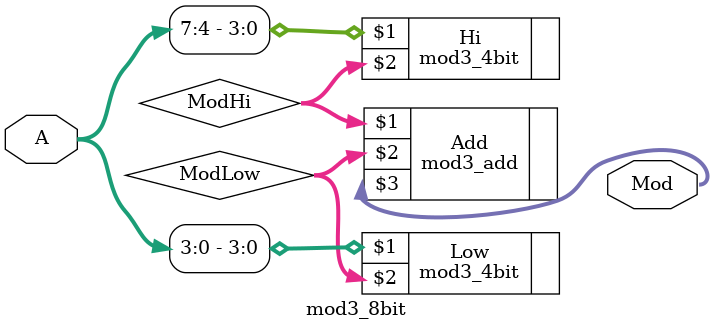
<source format=v>
module mod3_8bit(A, Mod);
  input [7:0] A;
  output [2:0] Mod;

  wire [2:0] ModHi;
  wire [2:0] ModLow;

  mod3_4bit Hi(A[7:4], ModHi);
  mod3_4bit Low(A[3:0], ModLow);

  // No need to do shift as (2**4) % 3 == 1
  mod3_add Add(ModHi, ModLow, Mod);
endmodule

</source>
